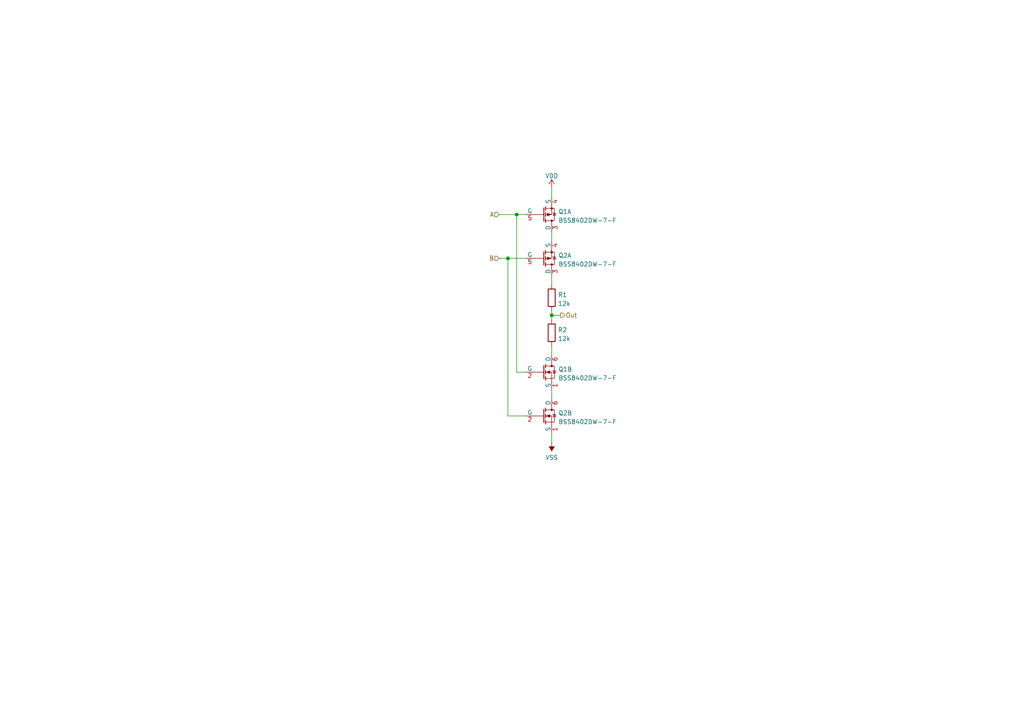
<source format=kicad_sch>
(kicad_sch (version 20250114) (generator "eeschema") (generator_version "9.0")
  (paper "A4")
  (title_block (title "Balanced Ternary Not Any Gate") (date "2022-08-04") (rev "0"))
  (lib_symbols
    (symbol "Device:R" (pin_numbers (hide yes)) (pin_names (offset 0))
      (property "Reference" "R" (at 2.032 0 90))
      (property "Value" "R" (at 0 0 90))
      (symbol "R_0_1"
        (rectangle (start -1.016 -2.54) (end 1.016 2.54) (stroke (width 0.254)))
      )
      (symbol "R_1_1"
        (pin passive line (at 0 3.81 270) (length 1.27) (name "~") (number "1"))
        (pin passive line (at 0 -3.81 90) (length 1.27) (name "~") (number "2"))
      )
    )
    (symbol "Tritium:BSS8402DW-7-F" (pin_names (offset 0))
      (property "Reference" "Q" (at 2.54 1.27 0))
      (property "Value" "BSS8402DW-7-F" (at 2.54 -1.27 0))
      (symbol "BSS8402DW-7-F_0_1"
        (polyline (pts (xy -2.286 0) (xy -5.08 0)))
        (polyline (pts (xy -2.286 -1.905) (xy -2.286 1.905)) (stroke (width 0.254)))
        (polyline (pts (xy -1.778 1.27) (xy -1.778 2.286)) (stroke (width 0.254)))
        (polyline (pts (xy -1.778 -0.508) (xy -1.778 0.508)) (stroke (width 0.254)))
        (polyline (pts (xy -1.778 -1.778) (xy 0.762 -1.778) (xy 0.762 1.778) (xy -1.778 1.778)))
        (polyline (pts (xy -1.778 -2.286) (xy -1.778 -1.27)) (stroke (width 0.254)))
        (polyline (pts (xy 0 2.54) (xy 0 1.778)))
        (circle (center 0 1.778) (radius 0.254) (fill (type outline)))
        (polyline (pts (xy 0.254 0.508) (xy 0.381 0.381) (xy 1.143 0.381) (xy 1.27 0.254)))
        (polyline (pts (xy 0.762 0.381) (xy 0.381 -0.254) (xy 1.143 -0.254) (xy 0.762 0.381)))
      )
      (symbol "BSS8402DW-7-F_1_1"
        (polyline (pts (xy -0.254 0) (xy -1.27 -0.381) (xy -1.27 0.381) (xy -0.254 0)) (fill (type outline)))
        (polyline (pts (xy 0 2.54) (xy 0 0) (xy -1.778 0)))
        (circle (center 0 -1.778) (radius 0.254) (fill (type outline)))
        (polyline (pts (xy 0 -2.54) (xy 0 -1.778)))
        (pin input line (at -7.62 0 0) (length 2.54) (name "G") (number "5"))
        (pin passive line (at 0 5.08 270) (length 2.54) (name "S") (number "4"))
        (pin passive line (at 0 -5.08 90) (length 2.54) (name "D") (number "3"))
      )
      (symbol "BSS8402DW-7-F_2_1"
        (polyline (pts (xy -1.524 0) (xy -0.508 0.381) (xy -0.508 -0.381) (xy -1.524 0)) (fill (type outline)))
        (polyline (pts (xy 0 -2.54) (xy 0 0) (xy -1.778 0)))
        (pin input line (at -7.62 0 0) (length 2.54) (name "G") (number "2"))
        (pin passive line (at 0 5.08 270) (length 2.54) (name "D") (number "6"))
        (pin passive line (at 0 -5.08 90) (length 2.54) (name "S") (number "1"))
      )
    )
    (symbol "power:VDD" (power) (pin_names (offset 0))
      (property "Value" "VDD" (at 0 3.81 0))
      (symbol "VDD_0_1"
        (polyline (pts (xy -0.762 1.27) (xy 0 2.54)))
        (polyline (pts (xy 0 2.54) (xy 0.762 1.27)))
        (polyline (pts (xy 0 0) (xy 0 2.54)))
      )
      (symbol "VDD_1_1"
        (pin power_in line (at 0 0 90) (length 0) (hide yes) (name "VDD") (number "1"))
      )
    )
    (symbol "power:VSS" (power) (pin_names (offset 0))
      (property "Value" "VSS" (at 0 3.81 0))
      (symbol "VSS_0_1"
        (polyline (pts (xy 0 0) (xy 0 2.54)))
        (polyline (pts (xy 0.762 1.27) (xy -0.762 1.27) (xy 0 2.54) (xy 0.762 1.27)) (fill (type outline)))
      )
      (symbol "VSS_1_1"
        (pin power_in line (at 0 0 90) (length 0) (hide yes) (name "VSS") (number "1"))
      )
    )
  )
  (junction (at 147.32 74.93))
  (junction (at 160.02 91.44))
  (junction (at 149.86 62.23))
  (wire (pts (xy 152.4 74.93) (xy 147.32 74.93)))
  (wire (pts (xy 149.86 62.23) (xy 149.86 107.95)))
  (wire (pts (xy 160.02 90.17) (xy 160.02 91.44)))
  (wire (pts (xy 149.86 107.95) (xy 152.4 107.95)))
  (wire (pts (xy 152.4 62.23) (xy 149.86 62.23)))
  (wire (pts (xy 144.78 62.23) (xy 149.86 62.23)))
  (wire (pts (xy 160.02 91.44) (xy 162.56 91.44)))
  (wire (pts (xy 147.32 74.93) (xy 147.32 120.65)))
  (wire (pts (xy 160.02 125.73) (xy 160.02 128.27)))
  (wire (pts (xy 144.78 74.93) (xy 147.32 74.93)))
  (wire (pts (xy 160.02 54.61) (xy 160.02 57.15)))
  (wire (pts (xy 160.02 113.03) (xy 160.02 115.57)))
  (wire (pts (xy 160.02 91.44) (xy 160.02 92.71)))
  (wire (pts (xy 160.02 80.01) (xy 160.02 82.55)))
  (wire (pts (xy 160.02 67.31) (xy 160.02 69.85)))
  (wire (pts (xy 147.32 120.65) (xy 152.4 120.65)))
  (wire (pts (xy 160.02 102.87) (xy 160.02 100.33)))
  (hierarchical_label "A" (shape input) (at 144.78 62.23 180))
  (hierarchical_label "B" (shape input) (at 144.78 74.93 180))
  (hierarchical_label "Out" (shape output) (at 162.56 91.44 0))
  (symbol (lib_id "Tritium:BSS8402DW-7-F") (at 160.02 62.23 0) (unit 1)
    (property "Reference" "Q1" (at 161.925 61.3953 0) (effects (justify left)))
    (property "Value" "BSS8402DW-7-F" (at 161.925 63.9322 0) (effects (justify left)))
    (property "Footprint" "Package_TO_SOT_SMD:SOT-363_SC-70-6_Handsoldering" (effects (hide yes)))
    (property "Datasheet" "https://www.diodes.com/assets/Datasheets/ds30380.pdf" (effects (hide yes)))
    (property "Sim.Device" "SPICE" (effects (hide yes)))
    (property "Sim.Params" "type=\"X\" model=\"BSS8402DW\" lib=\"/lab/dev/tritium/library/TritiumSpice.lib\"" (effects (hide yes)))
    (property "Sim.Pins" "3=1 4=2 5=3" (effects (hide yes)))
  )
  (symbol (lib_id "Tritium:BSS8402DW-7-F") (at 160.02 107.95 0) (unit 2)
    (property "Reference" "Q1" (at 161.925 107.1153 0) (effects (justify left)))
    (property "Value" "BSS8402DW-7-F" (at 161.925 109.6522 0) (effects (justify left)))
    (property "Footprint" "Package_TO_SOT_SMD:SOT-363_SC-70-6_Handsoldering" (effects (hide yes)))
    (property "Datasheet" "https://www.diodes.com/assets/Datasheets/ds30380.pdf" (effects (hide yes)))
    (property "Sim.Device" "SPICE" (effects (hide yes)))
    (property "Sim.Params" "type=\"X\" model=\"BSS8402DW\" lib=\"/lab/dev/tritium/library/TritiumSpice.lib\"" (effects (hide yes)))
    (property "Sim.Pins" "1=1 2=2 6=3" (effects (hide yes)))
  )
  (symbol (lib_id "Device:R") (at 160.02 96.52 0) (unit 1)
    (property "Reference" "R2" (at 161.798 95.6853 0) (effects (justify left)))
    (property "Value" "12k" (at 161.798 98.2222 0) (effects (justify left)))
    (property "Footprint" "Resistor_SMD:R_0603_1608Metric_Pad0.98x0.95mm_HandSolder" (effects (hide yes)))
  )
  (symbol (lib_id "power:VDD") (at 160.02 54.61 0) (unit 1)
    (property "Reference" "#PWR04" (effects (hide yes)))
    (property "Value" "VDD" (at 160.02 51.0342 0))
  )
  (symbol (lib_id "Tritium:BSS8402DW-7-F") (at 160.02 120.65 0) (unit 2)
    (property "Reference" "Q2" (at 161.925 119.8153 0) (effects (justify left)))
    (property "Value" "BSS8402DW-7-F" (at 161.925 122.3522 0) (effects (justify left)))
    (property "Footprint" "Package_TO_SOT_SMD:SOT-363_SC-70-6_Handsoldering" (effects (hide yes)))
    (property "Datasheet" "https://www.diodes.com/assets/Datasheets/ds30380.pdf" (effects (hide yes)))
    (property "Sim.Device" "SPICE" (effects (hide yes)))
    (property "Sim.Params" "type=\"X\" model=\"BSS8402DW\" lib=\"/lab/dev/tritium/library/TritiumSpice.lib\"" (effects (hide yes)))
    (property "Sim.Pins" "1=1 2=2 6=3" (effects (hide yes)))
  )
  (symbol (lib_id "Tritium:BSS8402DW-7-F") (at 160.02 74.93 0) (unit 1)
    (property "Reference" "Q2" (at 161.925 74.0953 0) (effects (justify left)))
    (property "Value" "BSS8402DW-7-F" (at 161.925 76.6322 0) (effects (justify left)))
    (property "Footprint" "Package_TO_SOT_SMD:SOT-363_SC-70-6_Handsoldering" (effects (hide yes)))
    (property "Datasheet" "https://www.diodes.com/assets/Datasheets/ds30380.pdf" (effects (hide yes)))
    (property "Sim.Device" "SPICE" (effects (hide yes)))
    (property "Sim.Params" "type=\"X\" model=\"BSS8402DW\" lib=\"/lab/dev/tritium/library/TritiumSpice.lib\"" (effects (hide yes)))
    (property "Sim.Pins" "3=1 4=2 5=3" (effects (hide yes)))
  )
  (symbol (lib_id "power:VSS") (at 160.02 128.27 180) (unit 1)
    (property "Reference" "#PWR05" (effects (hide yes)))
    (property "Value" "VSS" (at 160.02 132.7134 0))
  )
  (symbol (lib_id "Device:R") (at 160.02 86.36 0) (unit 1)
    (property "Reference" "R1" (at 161.798 85.5253 0) (effects (justify left)))
    (property "Value" "12k" (at 161.798 88.0622 0) (effects (justify left)))
    (property "Footprint" "Resistor_SMD:R_0603_1608Metric_Pad0.98x0.95mm_HandSolder" (effects (hide yes)))
  )
)
</source>
